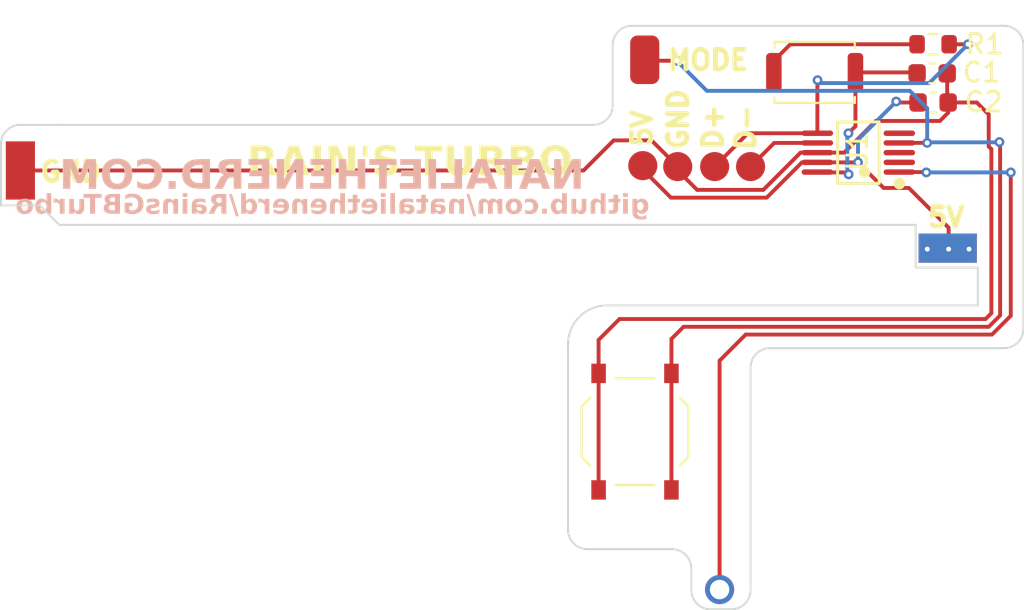
<source format=kicad_pcb>
(kicad_pcb (version 20240108) (generator "pcbnew") (generator_version "8.0")
  (layers (0 "F.Cu" signal) (31 "B.Cu" signal) (34 "B.Paste" user) (35 "F.Paste" user) (36 "B.SilkS" user "B.Silkscreen") (37 "F.SilkS" user "F.Silkscreen") (38 "B.Mask" user) (39 "F.Mask" user) (44 "Edge.Cuts" user))
  (net 0 "")
  (net 1 "GND")
  (net 2 "+5V")
  (net 3 "Net-(J1-Pin_1)")
  (net 4 "Net-(R1-Pad2)")
  (net 5 "/D+")
  (net 6 "Net-(U1-P1.7)")
  (net 7 "/D-")
  (net 11 "Net-(U1-V33)")
  (footprint "" (layer "F.Cu") (at 105.75 101 90)
    (property "Reference" "" (at 0 0 90) (layer "F.SilkS") (effects (font (size 1.27 1.27))))
    (property "Value" "")
    (pad "1" smd rect (at 0 0 90) (size 3 1.5) (layers "F.Cu" "F.Paste" "F.Mask") (net 1 "GND"))
  )
  (footprint "Capacitor_SMD:C_0603_1608Metric" (layer "F.Cu") (at 152.75 97.5)
    (property "Reference" "C2" (at 2.6 -0.025 0) (layer "F.SilkS"))
    (property "Value" "100nF")
    (fp_line (start -0.14058 -0.51) (end 0.14058 -0.51) (stroke (width 0.12)) (layer "F.SilkS"))
    (fp_line (start -0.14058 0.51) (end 0.14058 0.51) (stroke (width 0.12)) (layer "F.SilkS"))
    (pad "1" smd roundrect (at -0.775 0) (size 0.9 0.95) (layers "F.Cu" "F.Paste" "F.Mask") (net 2 "+5V"))
    (pad "2" smd roundrect (at 0.775 0) (size 0.9 0.95) (layers "F.Cu" "F.Paste" "F.Mask") (net 1 "GND"))
  )
  (footprint "" (layer "F.Cu") (at 153.5 105)
    (property "Reference" "" (at 0 0 0) (layer "F.SilkS") (effects (font (size 1.27 1.27))))
    (property "Value" "")
    (pad "1" smd rect (at 0 0) (size 3 1.5) (layers "B.Cu" "B.Paste" "B.Mask") (net 2 "+5V"))
  )
  (footprint "Button_Switch_SMD:SW_Push_SPST_NO_Alps_SKRK" (layer "F.Cu") (at 146.65 95.95)
    (property "Reference" "SW2" (hide yes))
    (property "Value" "SW_Push")
    (fp_line (start -2.07 -1.57) (end 2.07 -1.57) (stroke (width 0.12)) (layer "F.SilkS"))
    (fp_line (start -2.07 -1.27) (end -2.07 -1.57) (stroke (width 0.12)) (layer "F.SilkS"))
    (fp_line (start -2.07 1.57) (end -2.07 1.27) (stroke (width 0.12)) (layer "F.SilkS"))
    (fp_line (start 2.07 -1.57) (end 2.07 -1.27) (stroke (width 0.12)) (layer "F.SilkS"))
    (fp_line (start 2.07 1.27) (end 2.07 1.57) (stroke (width 0.12)) (layer "F.SilkS"))
    (fp_line (start 2.07 1.57) (end -2.07 1.57) (stroke (width 0.12)) (layer "F.SilkS"))
    (pad "1" smd roundrect (at -2.1 0) (size 0.8 2) (layers "F.Cu" "F.Paste" "F.Mask") (net 4 "Net-(R1-Pad2)"))
    (pad "2" smd roundrect (at 2.1 0) (size 0.8 2) (layers "F.Cu" "F.Paste" "F.Mask") (net 11 "Net-(U1-V33)"))
  )
  (footprint "" (layer "F.Cu") (at 141.5 100.8 180)
    (property "Reference" "" (at 0 0 180) (layer "F.SilkS") (effects (font (size 1.27 1.27))))
    (property "Value" "")
    (pad "1" smd circle (at 0 0 90) (size 1.5 1.5) (layers "F.Cu" "F.Paste" "F.Mask") (net 5 "/D+"))
  )
  (footprint "" (layer "F.Cu") (at 153.5 105 90)
    (property "Reference" "" (at 0 0 90) (layer "F.SilkS") (effects (font (size 1.27 1.27))))
    (property "Value" "")
    (pad "1" smd rect (at 0 0) (size 3 1.5) (layers "F.Cu" "F.Paste" "F.Mask") (net 2 "+5V"))
  )
  (footprint "" (layer "F.Cu") (at 137.8 100.75 180)
    (property "Reference" "" (at 0 0 180) (layer "F.SilkS") (effects (font (size 1.27 1.27))))
    (property "Value" "")
    (pad "1" smd circle (at 0 0 90) (size 1.5 1.5) (layers "F.Cu" "F.Paste" "F.Mask") (net 2 "+5V"))
  )
  (footprint "Button_Switch_SMD:SW_Push_1P1T_XKB_TS-1187A" (layer "F.Cu") (at 137.4 114.45 90)
    (property "Reference" "SW1" (hide yes))
    (property "Value" "SW_Push")
    (fp_line (start -1.3 -2.75) (end 1.3 -2.75) (stroke (width 0.12)) (layer "F.SilkS"))
    (fp_line (start 1.75 -2.3) (end 1.3 -2.75) (stroke (width 0.12)) (layer "F.SilkS"))
    (fp_line (start -1.75 -2.3) (end -1.3 -2.75) (stroke (width 0.12)) (layer "F.SilkS"))
    (fp_line (start 2.75 -1) (end 2.75 1) (stroke (width 0.12)) (layer "F.SilkS"))
    (fp_line (start -2.75 -1) (end -2.75 1) (stroke (width 0.12)) (layer "F.SilkS"))
    (fp_line (start 1.75 2.3) (end 1.3 2.75) (stroke (width 0.12)) (layer "F.SilkS"))
    (fp_line (start -1.75 2.3) (end -1.3 2.75) (stroke (width 0.12)) (layer "F.SilkS"))
    (fp_line (start -1.3 2.75) (end 1.3 2.75) (stroke (width 0.12)) (layer "F.SilkS"))
    (pad "1" smd rect (at -3 -1.875 90) (size 1 0.75) (layers "F.Cu" "F.Paste" "F.Mask") (net 1 "GND"))
    (pad "1" smd rect (at 3 -1.875 90) (size 1 0.75) (layers "F.Cu" "F.Paste" "F.Mask") (net 1 "GND"))
    (pad "2" smd rect (at -3 1.875 90) (size 1 0.75) (layers "F.Cu" "F.Paste" "F.Mask") (net 6 "Net-(U1-P1.7)"))
    (pad "2" smd rect (at 3 1.875 90) (size 1 0.75) (layers "F.Cu" "F.Paste" "F.Mask") (net 6 "Net-(U1-P1.7)"))
  )
  (footprint "" (layer "F.Cu") (at 139.6 100.8 180)
    (property "Reference" "" (at 0 0 180) (layer "F.SilkS") (effects (font (size 1.27 1.27))))
    (property "Value" "")
    (pad "1" smd circle (at 0 0 90) (size 1.5 1.5) (layers "F.Cu" "F.Paste" "F.Mask") (net 1 "GND"))
  )
  (footprint "" (layer "F.Cu") (at 137.9 95.3)
    (property "Reference" "" (at 0 0 0) (layer "F.SilkS") (effects (font (size 1.27 1.27))))
    (property "Value" "")
    (pad "2" smd roundrect (at 0 0 90) (size 2.5 1.5) (layers "F.Cu" "F.Paste" "F.Mask") (net 6 "Net-(U1-P1.7)"))
  )
  (footprint "Capacitor_SMD:C_0603_1608Metric" (layer "F.Cu") (at 152.7 96)
    (property "Reference" "C1" (at 2.55 -0.05 0) (layer "F.SilkS"))
    (property "Value" "100nF")
    (fp_line (start -0.14058 -0.51) (end 0.14058 -0.51) (stroke (width 0.12)) (layer "F.SilkS"))
    (fp_line (start -0.14058 0.51) (end 0.14058 0.51) (stroke (width 0.12)) (layer "F.SilkS"))
    (pad "1" smd roundrect (at -0.775 0) (size 0.9 0.95) (layers "F.Cu" "F.Paste" "F.Mask") (net 11 "Net-(U1-V33)"))
    (pad "2" smd roundrect (at 0.775 0) (size 0.9 0.95) (layers "F.Cu" "F.Paste" "F.Mask") (net 1 "GND"))
  )
  (footprint "Resistor_SMD:R_0603_1608Metric" (layer "F.Cu") (at 152.75 94.5 180)
    (property "Reference" "R1" (at -2.65 0 180) (layer "F.SilkS"))
    (property "Value" "1K")
    (fp_line (start -0.237258 0.5225) (end 0.237258 0.5225) (stroke (width 0.12)) (layer "F.SilkS"))
    (fp_line (start -0.237258 -0.5225) (end 0.237258 -0.5225) (stroke (width 0.12)) (layer "F.SilkS"))
    (pad "1" smd roundrect (at -0.825 0 180) (size 0.8 0.95) (layers "F.Cu" "F.Paste" "F.Mask") (net 5 "/D+"))
    (pad "2" smd roundrect (at 0.825 0 180) (size 0.8 0.95) (layers "F.Cu" "F.Paste" "F.Mask") (net 4 "Net-(R1-Pad2)"))
  )
  (footprint "" (layer "F.Cu") (at 143.35 100.8 180)
    (property "Reference" "" (at 0 0 180) (layer "F.SilkS") (effects (font (size 1.27 1.27))))
    (property "Value" "")
    (pad "1" smd circle (at 0 0 90) (size 1.5 1.5) (layers "F.Cu" "F.Paste" "F.Mask") (net 7 "/D-"))
  )
  (footprint "easyeda2kicad:MSOP-10_L3.0-W3.0-P0.50-LS5.0-BL" (layer "F.Cu") (at 148.9 100.0825 90)
    (property "Reference" "U1" (at 0.065 -0.04 -90) (layer "F.SilkS"))
    (property "Value" "~")
    (fp_line (start 1.58 -1.07) (end 1.58 1.07) (stroke (width 0.15)) (layer "F.SilkS"))
    (fp_line (start -1.58 -1.07) (end 1.58 -1.07) (stroke (width 0.15)) (layer "F.SilkS"))
    (fp_line (start 1.58 1.07) (end -1.58 1.07) (stroke (width 0.15)) (layer "F.SilkS"))
    (fp_line (start -1.58 1.07) (end -1.58 -1.07) (stroke (width 0.15)) (layer "F.SilkS"))
    (fp_circle (center -1 0.32) (end -0.85 0.32) (stroke (width 0.3)) (fill none) (layer "F.SilkS"))
    (fp_circle (center -1.59 2.11) (end -1.44 2.11) (stroke (width 0.3)) (fill none) (layer "F.SilkS"))
    (pad "1" smd oval (at -1 2.11 90) (size 0.28 1.62) (layers "F.Cu" "F.Paste" "F.Mask") (net 3 "Net-(J1-Pin_1)"))
    (pad "2" smd oval (at -0.5 2.11 90) (size 0.28 1.62) (layers "F.Cu" "F.Paste" "F.Mask"))
    (pad "3" smd oval (at 0 2.11 90) (size 0.28 1.62) (layers "F.Cu" "F.Paste" "F.Mask"))
    (pad "4" smd oval (at 0.5 2.11 90) (size 0.28 1.62) (layers "F.Cu" "F.Paste" "F.Mask") (net 6 "Net-(U1-P1.7)"))
    (pad "5" smd oval (at 1 2.11 90) (size 0.28 1.62) (layers "F.Cu" "F.Paste" "F.Mask"))
    (pad "6" smd oval (at 1 -2.11 90) (size 0.28 1.62) (layers "F.Cu" "F.Paste" "F.Mask") (net 5 "/D+"))
    (pad "7" smd oval (at 0.5 -2.11 90) (size 0.28 1.62) (layers "F.Cu" "F.Paste" "F.Mask") (net 7 "/D-"))
    (pad "8" smd oval (at 0 -2.11 90) (size 0.28 1.62) (layers "F.Cu" "F.Paste" "F.Mask") (net 1 "GND"))
    (pad "9" smd oval (at -0.5 -2.11 90) (size 0.28 1.62) (layers "F.Cu" "F.Paste" "F.Mask") (net 2 "+5V"))
    (pad "10" smd oval (at -1 -2.11 90) (size 0.28 1.62) (layers "F.Cu" "F.Paste" "F.Mask") (net 11 "Net-(U1-V33)"))
  )
  (footprint "TestPoint:TestPoint_Loop_D1.80mm_Drill1.0mm_Beaded" (layer "F.Cu") (at 141.754697 122.581161)
    (property "Reference" "J1" (hide yes))
    (property "Value" "B")
    (pad "1" thru_hole circle (at 0 0) (size 1.5 1.5) (drill 1) (layers "*.Cu" "*.Mask") (net 3 "Net-(J1-Pin_1)"))
  )
  (gr_arc (start 156.4 93.55) (mid 157.107107 93.842893) (end 157.4 94.55) (stroke (width 0.1)) (layer "Edge.Cuts"))
  (gr_line (start 144.5 93.55) (end 156.4 93.55) (stroke (width 0.1)) (layer "Edge.Cuts"))
  (gr_line (start 151.85 107.95) (end 155.05 107.95) (stroke (width 0.1)) (layer "Edge.Cuts"))
  (gr_line (start 106.3 102.8) (end 106.75 102.8) (stroke (width 0.1)) (layer "Edge.Cuts"))
  (gr_arc (start 134.95 120.5) (mid 134.242893 120.207107) (end 133.95 119.5) (stroke (width 0.1)) (layer "Edge.Cuts"))
  (gr_line (start 142.35 123.6) (end 141.3 123.6) (stroke (width 0.1)) (layer "Edge.Cuts"))
  (gr_arc (start 157.4 109.15) (mid 157.107107 109.857107) (end 156.4 110.15) (stroke (width 0.1)) (layer "Edge.Cuts"))
  (gr_line (start 143.35 111.15) (end 143.35 122.6) (stroke (width 0.1)) (layer "Edge.Cuts"))
  (gr_line (start 151.85 103.8) (end 151.85 106) (stroke (width 0.1)) (layer "Edge.Cuts"))
  (gr_arc (start 104.75 99.65) (mid 105.042893 98.942893) (end 105.75 98.65) (stroke (width 0.1)) (layer "Edge.Cuts"))
  (gr_arc (start 136.25 97.65) (mid 135.957107 98.357107) (end 135.25 98.65) (stroke (width 0.1)) (layer "Edge.Cuts"))
  (gr_arc (start 136.25 94.55) (mid 136.542893 93.842893) (end 137.25 93.55) (stroke (width 0.1)) (layer "Edge.Cuts"))
  (gr_arc (start 139.3 120.5) (mid 140.007107 120.792893) (end 140.3 121.5) (stroke (width 0.1)) (layer "Edge.Cuts"))
  (gr_arc (start 143.35 122.6) (mid 143.057107 123.307107) (end 142.35 123.6) (stroke (width 0.1)) (layer "Edge.Cuts"))
  (gr_line (start 137.25 93.55) (end 144.5 93.55) (stroke (width 0.1)) (layer "Edge.Cuts"))
  (gr_arc (start 143.35 111.15) (mid 143.642893 110.442893) (end 144.35 110.15) (stroke (width 0.1)) (layer "Edge.Cuts"))
  (gr_line (start 156.4 110.15) (end 144.35 110.15) (stroke (width 0.1)) (layer "Edge.Cuts"))
  (gr_line (start 107.75 103.8) (end 151.85 103.8) (stroke (width 0.1)) (layer "Edge.Cuts"))
  (gr_line (start 151.85 107.95) (end 135.95 107.95) (stroke (width 0.1)) (layer "Edge.Cuts"))
  (gr_line (start 104.75 102.8) (end 104.75 99.65) (stroke (width 0.1)) (layer "Edge.Cuts"))
  (gr_line (start 107.7 98.65) (end 135.25 98.65) (stroke (width 0.1)) (layer "Edge.Cuts"))
  (gr_arc (start 133.95 109.95) (mid 134.535786 108.535786) (end 135.95 107.95) (stroke (width 0.1)) (layer "Edge.Cuts"))
  (gr_line (start 106.75 102.8) (end 107.75 103.8) (stroke (width 0.1)) (layer "Edge.Cuts"))
  (gr_line (start 105.75 98.65) (end 107.7 98.65) (stroke (width 0.1)) (layer "Edge.Cuts"))
  (gr_arc (start 141.3 123.6) (mid 140.592893 123.307107) (end 140.3 122.6) (stroke (width 0.1)) (layer "Edge.Cuts"))
  (gr_line (start 133.95 119.5) (end 133.95 109.95) (stroke (width 0.1)) (layer "Edge.Cuts"))
  (gr_line (start 155.05 107.95) (end 155.05 106) (stroke (width 0.1)) (layer "Edge.Cuts"))
  (gr_line (start 139.3 120.5) (end 134.95 120.5) (stroke (width 0.1)) (layer "Edge.Cuts"))
  (gr_line (start 106.3 102.8) (end 104.75 102.8) (stroke (width 0.1)) (layer "Edge.Cuts"))
  (gr_line (start 140.3 122.6) (end 140.3 121.5) (stroke (width 0.1)) (layer "Edge.Cuts"))
  (gr_line (start 157.4 94.55) (end 157.4 109.15) (stroke (width 0.1)) (layer "Edge.Cuts"))
  (gr_line (start 151.85 106) (end 155.05 106) (stroke (width 0.1)) (layer "Edge.Cuts"))
  (gr_line (start 136.25 97.65) (end 136.25 94.55) (stroke (width 0.1)) (layer "Edge.Cuts"))
  (gr_text "NATALIETHENERD.COM\n" (at 134.8 102.2 -0) (layer "B.SilkS") (effects (font (size 1.5 1.5)) (justify left bottom mirror)))
  (gr_text "github.com/nataliethenerd/RainsGBTurbo" (at 138.15 103.4 -0) (layer "B.SilkS") (effects (font (size 1 1) (thickness 0.25) (bold yes)) (justify left bottom mirror)))
  (gr_text "5V" (at 152.35 104 0) (layer "F.SilkS") (effects (font (size 1 1) (thickness 0.25) (bold yes)) (justify left bottom)))
  (gr_text "RAIN'S TURBO" (at 117.4 101.5 0) (layer "F.SilkS") (effects (font (size 1.5 1.5)) (justify left bottom)))
  (gr_text "GND" (at 106.65 101.65 0) (layer "F.SilkS") (effects (font (size 1 1) (thickness 0.25) (bold yes)) (justify left bottom)))
  (gr_text "D+" (at 142 100.05 90) (layer "F.SilkS") (effects (font (size 1 1) (thickness 0.25) (bold yes)) (justify left bottom)))
  (gr_text "GND" (at 140.2 100.05 90) (layer "F.SilkS") (effects (font (size 1 1) (thickness 0.25) (bold yes)) (justify left bottom)))
  (gr_text "MODE" (at 138.95 95.9 0) (layer "F.SilkS") (effects (font (size 1 1) (thickness 0.25) (bold yes)) (justify left bottom)))
  (gr_text "5V" (at 138.35 99.9 90) (layer "F.SilkS") (effects (font (size 1 1) (thickness 0.25) (bold yes)) (justify left bottom)))
  (gr_text "D-" (at 143.682203 100.070299 90) (layer "F.SilkS") (effects (font (size 1 1) (thickness 0.25) (bold yes)) (justify left bottom)))
  (segment (start 105.75 101) (end 134.75 101) (width 0.2) (layer "F.Cu") (net 1))
  (segment (start 155.45 108.65) (end 155.75 108.35) (width 0.2) (layer "F.Cu") (net 1))
  (segment (start 146.79 100.0825) (end 145.92375 100.0825) (width 0.2) (layer "F.Cu") (net 1))
  (segment (start 155.613909 98.113909) (end 155 97.5) (width 0.2) (layer "F.Cu") (net 1))
  (segment (start 153.475 96) (end 153.475 97.45) (width 0.2) (layer "F.Cu") (net 1))
  (segment (start 149.8 98.45) (end 153.1 98.45) (width 0.2) (layer "F.Cu") (net 1))
  (segment (start 155 97.5) (end 153.525 97.5) (width 0.2) (layer "F.Cu") (net 1))
  (segment (start 136.6 108.65) (end 155.45 108.65) (width 0.2) (layer "F.Cu") (net 1))
  (segment (start 148.1675 100.0825) (end 149.8 98.45) (width 0.2) (layer "F.Cu") (net 1))
  (segment (start 134.75 101) (end 136.3 99.45) (width 0.2) (layer "F.Cu") (net 1))
  (segment (start 138.25 99.45) (end 139.6 100.8) (width 0.2) (layer "F.Cu") (net 1))
  (segment (start 153.525 98.025) (end 153.525 97.5) (width 0.2) (layer "F.Cu") (net 1))
  (segment (start 153.475 97.45) (end 153.525 97.5) (width 0.2) (layer "F.Cu") (net 1))
  (segment (start 144.00625 102) (end 140.6 102) (width 0.2) (layer "F.Cu") (net 1))
  (segment (start 135.525 111.45) (end 135.525 109.725) (width 0.2) (layer "F.Cu") (net 1))
  (segment (start 145.92375 100.0825) (end 144.00625 102) (width 0.2) (layer "F.Cu") (net 1))
  (segment (start 146.79 100.0825) (end 148.1675 100.0825) (width 0.2) (layer "F.Cu") (net 1))
  (segment (start 155.75 99.9) (end 155.613909 99.763909) (width 0.2) (layer "F.Cu") (net 1))
  (segment (start 139.6 101) (end 139.6 100.8) (width 0.2) (layer "F.Cu") (net 1))
  (segment (start 135.525 117.45) (end 135.525 111.45) (width 0.2) (layer "F.Cu") (net 1))
  (segment (start 153.1 98.45) (end 153.525 98.025) (width 0.2) (layer "F.Cu") (net 1))
  (segment (start 155.613909 99.763909) (end 155.613909 98.113909) (width 0.2) (layer "F.Cu") (net 1))
  (segment (start 155.75 108.35) (end 155.75 99.9) (width 0.2) (layer "F.Cu") (net 1))
  (segment (start 140.6 102) (end 139.6 101) (width 0.2) (layer "F.Cu") (net 1))
  (segment (start 135.525 109.725) (end 136.6 108.65) (width 0.2) (layer "F.Cu") (net 1))
  (segment (start 136.3 99.45) (end 138.25 99.45) (width 0.2) (layer "F.Cu") (net 1))
  (segment (start 139.25 102.4) (end 137.8 100.95) (width 0.2) (layer "F.Cu") (net 2))
  (segment (start 144.180246 102.4) (end 139.25 102.4) (width 0.2) (layer "F.Cu") (net 2))
  (segment (start 151.975 97.5) (end 150.9 97.5) (width 0.2) (layer "F.Cu") (net 2))
  (segment (start 148.8825 100.5825) (end 150.2 101.9) (width 0.2) (layer "F.Cu") (net 2))
  (segment (start 145.997746 100.5825) (end 144.180246 102.4) (width 0.2) (layer "F.Cu") (net 2))
  (segment (start 151.5 101.9) (end 153.55 103.95) (width 0.2) (layer "F.Cu") (net 2))
  (segment (start 146.79 100.5825) (end 145.997746 100.5825) (width 0.2) (layer "F.Cu") (net 2))
  (segment (start 146.79 100.5825) (end 148.8825 100.5825) (width 0.2) (layer "F.Cu") (net 2))
  (segment (start 150.2 101.9) (end 151.5 101.9) (width 0.2) (layer "F.Cu") (net 2))
  (segment (start 150.9 97.5) (end 150.85 97.45) (width 0.2) (layer "F.Cu") (net 2))
  (segment (start 137.8 100.95) (end 137.8 100.75) (width 0.2) (layer "F.Cu") (net 2))
  (segment (start 153.55 103.95) (end 153.55 105.05) (width 0.2) (layer "F.Cu") (net 2))
  (via (at 152.45 105.05) (size 0.5) (drill 0.25) (layers "F.Cu" "B.Cu") (net 2))
  (via (at 150.85 97.45) (size 0.5) (drill 0.25) (layers "F.Cu" "B.Cu") (net 2))
  (via (at 154.6 105.05) (size 0.5) (drill 0.25) (layers "F.Cu" "B.Cu") (net 2))
  (via (at 148.8825 100.5825) (size 0.5) (drill 0.25) (layers "F.Cu" "B.Cu") (net 2))
  (via (at 153.55 105.05) (size 0.5) (drill 0.25) (layers "F.Cu" "B.Cu") (net 2))
  (segment (start 148.8825 99.4175) (end 148.8825 100.5825) (width 0.2) (layer "B.Cu") (net 2))
  (segment (start 150.85 97.45) (end 148.8825 99.4175) (width 0.2) (layer "B.Cu") (net 2))
  (segment (start 153.55 105.05) (end 153.5 105) (width 0.2) (layer "B.Cu") (net 2))
  (segment (start 156.75 108.48137) (end 155.78137 109.45) (width 0.2) (layer "F.Cu") (net 3))
  (segment (start 151.01 101.0825) (end 152.3825 101.0825) (width 0.2) (layer "F.Cu") (net 3))
  (segment (start 141.754697 110.795303) (end 141.754697 122.581161) (width 0.2) (layer "F.Cu") (net 3))
  (segment (start 143.1 109.45) (end 141.754697 110.795303) (width 0.2) (layer "F.Cu") (net 3))
  (segment (start 156.75 101.1) (end 156.75 108.48137) (width 0.2) (layer "F.Cu") (net 3))
  (segment (start 152.3825 101.0825) (end 152.4 101.1) (width 0.2) (layer "F.Cu") (net 3))
  (segment (start 155.78137 109.45) (end 143.1 109.45) (width 0.2) (layer "F.Cu") (net 3))
  (via (at 152.4 101.1) (size 0.5) (drill 0.25) (layers "F.Cu" "B.Cu") (net 3))
  (via (at 156.75 101.1) (size 0.5) (drill 0.25) (layers "F.Cu" "B.Cu") (net 3))
  (segment (start 152.4 101.1) (end 156.75 101.1) (width 0.2) (layer "B.Cu") (net 3))
  (segment (start 145.4 94.5) (end 144.55 95.35) (width 0.2) (layer "F.Cu") (net 4))
  (segment (start 144.55 95.35) (end 144.55 95.95) (width 0.2) (layer "F.Cu") (net 4))
  (segment (start 151.925 94.5) (end 145.4 94.5) (width 0.2) (layer "F.Cu") (net 4))
  (segment (start 143.2175 99.0825) (end 141.5 100.8) (width 0.2) (layer "F.Cu") (net 5))
  (segment (start 153.575 94.5) (end 154.55 94.5) (width 0.2) (layer "F.Cu") (net 5))
  (segment (start 146.79 99.0825) (end 143.2175 99.0825) (width 0.2) (layer "F.Cu") (net 5))
  (segment (start 146.79 96.66) (end 146.79 99.0825) (width 0.2) (layer "F.Cu") (net 5))
  (segment (start 146.8 96.65) (end 146.79 96.66) (width 0.2) (layer "F.Cu") (net 5))
  (segment (start 146.8 96.35) (end 146.8 96.65) (width 0.2) (layer "F.Cu") (net 5))
  (via (at 154.55 94.5) (size 0.5) (drill 0.25) (layers "F.Cu" "B.Cu") (net 5))
  (via (at 146.8 96.35) (size 0.5) (drill 0.25) (layers "F.Cu" "B.Cu") (net 5))
  (segment (start 152.55 96.5) (end 146.95 96.5) (width 0.2) (layer "B.Cu") (net 5))
  (segment (start 146.95 96.5) (end 146.8 96.35) (width 0.2) (layer "B.Cu") (net 5))
  (segment (start 154.55 94.5) (end 152.55 96.5) (width 0.2) (layer "B.Cu") (net 5))
  (segment (start 139.55 95.35) (end 137.95 95.35) (width 0.2) (layer "F.Cu") (net 6))
  (segment (start 152.444266 99.579028) (end 151.013472 99.579028) (width 0.2) (layer "F.Cu") (net 6))
  (segment (start 137.95 95.35) (end 137.9 95.3) (width 0.2) (layer "F.Cu") (net 6))
  (segment (start 139.9 109.05) (end 139.275 109.675) (width 0.2) (layer "F.Cu") (net 6))
  (segment (start 139.275 109.675) (end 139.275 111.45) (width 0.2) (layer "F.Cu") (net 6))
  (segment (start 156.2 99.572182) (end 156.2 108.465686) (width 0.2) (layer "F.Cu") (net 6))
  (segment (start 155.615685 109.05) (end 139.9 109.05) (width 0.2) (layer "F.Cu") (net 6))
  (segment (start 156.163909 99.536091) (end 156.2 99.572182) (width 0.2) (layer "F.Cu") (net 6))
  (segment (start 151.013472 99.579028) (end 151.01 99.5825) (width 0.2) (layer "F.Cu") (net 6))
  (segment (start 156.2 108.465686) (end 155.615685 109.05) (width 0.2) (layer "F.Cu") (net 6))
  (segment (start 139.275 111.45) (end 139.275 117.45) (width 0.2) (layer "F.Cu") (net 6))
  (via (at 139.55 95.35) (size 0.5) (drill 0.25) (layers "F.Cu" "B.Cu") (net 6))
  (via (at 156.163909 99.536091) (size 0.5) (drill 0.25) (layers "F.Cu" "B.Cu") (net 6))
  (via (at 152.444266 99.579028) (size 0.5) (drill 0.25) (layers "F.Cu" "B.Cu") (net 6))
  (segment (start 151.55 96.9) (end 141.1 96.9) (width 0.2) (layer "B.Cu") (net 6))
  (segment (start 152.473294 99.55) (end 152.444266 99.579028) (width 0.2) (layer "B.Cu") (net 6))
  (segment (start 156.163909 99.536091) (end 156.15 99.55) (width 0.2) (layer "B.Cu") (net 6))
  (segment (start 141.1 96.9) (end 139.55 95.35) (width 0.2) (layer "B.Cu") (net 6))
  (segment (start 152.444266 97.794266) (end 151.55 96.9) (width 0.2) (layer "B.Cu") (net 6))
  (segment (start 152.444266 99.579028) (end 152.444266 97.794266) (width 0.2) (layer "B.Cu") (net 6))
  (segment (start 156.15 99.55) (end 152.473294 99.55) (width 0.2) (layer "B.Cu") (net 6))
  (segment (start 146.79 99.5825) (end 144.5675 99.5825) (width 0.2) (layer "F.Cu") (net 7))
  (segment (start 144.5675 99.5825) (end 143.35 100.8) (width 0.2) (layer "F.Cu") (net 7))
  (segment (start 148.75 98.722182) (end 148.388995 99.083187) (width 0.2) (layer "F.Cu") (net 11))
  (segment (start 146.8075 101.1) (end 146.79 101.0825) (width 0.2) (layer "F.Cu") (net 11))
  (segment (start 148.75 95.95) (end 148.75 98.722182) (width 0.2) (layer "F.Cu") (net 11))
  (segment (start 148.3 101.1) (end 146.8075 101.1) (width 0.2) (layer "F.Cu") (net 11))
  (segment (start 148.4 101.2) (end 148.3 101.1) (width 0.2) (layer "F.Cu") (net 11))
  (segment (start 148.75 95.95) (end 151.875 95.95) (width 0.2) (layer "F.Cu") (net 11))
  (segment (start 151.875 95.95) (end 151.925 96) (width 0.2) (layer "F.Cu") (net 11))
  (via (at 148.388995 99.083187) (size 0.5) (drill 0.25) (layers "F.Cu" "B.Cu") (net 11))
  (via (at 148.4 101.2) (size 0.5) (drill 0.25) (layers "F.Cu" "B.Cu") (net 11))
  (segment (start 148.3325 101.1325) (end 148.4 101.2) (width 0.2) (layer "B.Cu") (net 11))
  (segment (start 148.3325 99.139682) (end 148.3325 101.1325) (width 0.2) (layer "B.Cu") (net 11))
  (segment (start 148.388995 99.083187) (end 148.3325 99.139682) (width 0.2) (layer "B.Cu") (net 11))
)
</source>
